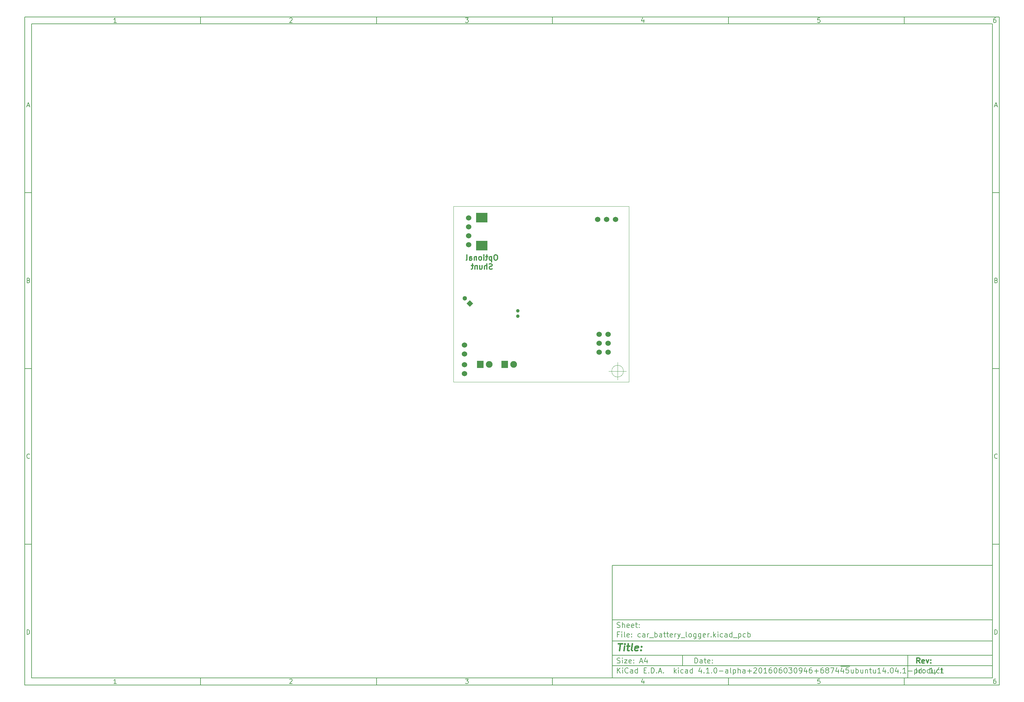
<source format=gbr>
G04 #@! TF.FileFunction,Soldermask,Bot*
%FSLAX46Y46*%
G04 Gerber Fmt 4.6, Leading zero omitted, Abs format (unit mm)*
G04 Created by KiCad (PCBNEW 4.1.0-alpha+201606030946+6874~45~ubuntu14.04.1-product) date Sun Jul  3 18:53:08 2016*
%MOMM*%
%LPD*%
G01*
G04 APERTURE LIST*
%ADD10C,0.100000*%
%ADD11C,0.150000*%
%ADD12C,0.300000*%
%ADD13C,0.400000*%
%ADD14C,1.300000*%
%ADD15C,1.524000*%
%ADD16R,1.900000X2.000000*%
%ADD17C,1.900000*%
%ADD18R,3.200000X2.700000*%
%ADD19C,1.000760*%
G04 APERTURE END LIST*
D10*
D11*
X177002200Y-166007200D02*
X177002200Y-198007200D01*
X285002200Y-198007200D01*
X285002200Y-166007200D01*
X177002200Y-166007200D01*
D10*
D11*
X10000000Y-10000000D02*
X10000000Y-200007200D01*
X287002200Y-200007200D01*
X287002200Y-10000000D01*
X10000000Y-10000000D01*
D10*
D11*
X12000000Y-12000000D02*
X12000000Y-198007200D01*
X285002200Y-198007200D01*
X285002200Y-12000000D01*
X12000000Y-12000000D01*
D10*
D11*
X60000000Y-12000000D02*
X60000000Y-10000000D01*
D10*
D11*
X110000000Y-12000000D02*
X110000000Y-10000000D01*
D10*
D11*
X160000000Y-12000000D02*
X160000000Y-10000000D01*
D10*
D11*
X210000000Y-12000000D02*
X210000000Y-10000000D01*
D10*
D11*
X260000000Y-12000000D02*
X260000000Y-10000000D01*
D10*
D11*
X36065476Y-11588095D02*
X35322619Y-11588095D01*
X35694047Y-11588095D02*
X35694047Y-10288095D01*
X35570238Y-10473809D01*
X35446428Y-10597619D01*
X35322619Y-10659523D01*
D10*
D11*
X85322619Y-10411904D02*
X85384523Y-10350000D01*
X85508333Y-10288095D01*
X85817857Y-10288095D01*
X85941666Y-10350000D01*
X86003571Y-10411904D01*
X86065476Y-10535714D01*
X86065476Y-10659523D01*
X86003571Y-10845238D01*
X85260714Y-11588095D01*
X86065476Y-11588095D01*
D10*
D11*
X135260714Y-10288095D02*
X136065476Y-10288095D01*
X135632142Y-10783333D01*
X135817857Y-10783333D01*
X135941666Y-10845238D01*
X136003571Y-10907142D01*
X136065476Y-11030952D01*
X136065476Y-11340476D01*
X136003571Y-11464285D01*
X135941666Y-11526190D01*
X135817857Y-11588095D01*
X135446428Y-11588095D01*
X135322619Y-11526190D01*
X135260714Y-11464285D01*
D10*
D11*
X185941666Y-10721428D02*
X185941666Y-11588095D01*
X185632142Y-10226190D02*
X185322619Y-11154761D01*
X186127380Y-11154761D01*
D10*
D11*
X236003571Y-10288095D02*
X235384523Y-10288095D01*
X235322619Y-10907142D01*
X235384523Y-10845238D01*
X235508333Y-10783333D01*
X235817857Y-10783333D01*
X235941666Y-10845238D01*
X236003571Y-10907142D01*
X236065476Y-11030952D01*
X236065476Y-11340476D01*
X236003571Y-11464285D01*
X235941666Y-11526190D01*
X235817857Y-11588095D01*
X235508333Y-11588095D01*
X235384523Y-11526190D01*
X235322619Y-11464285D01*
D10*
D11*
X285941666Y-10288095D02*
X285694047Y-10288095D01*
X285570238Y-10350000D01*
X285508333Y-10411904D01*
X285384523Y-10597619D01*
X285322619Y-10845238D01*
X285322619Y-11340476D01*
X285384523Y-11464285D01*
X285446428Y-11526190D01*
X285570238Y-11588095D01*
X285817857Y-11588095D01*
X285941666Y-11526190D01*
X286003571Y-11464285D01*
X286065476Y-11340476D01*
X286065476Y-11030952D01*
X286003571Y-10907142D01*
X285941666Y-10845238D01*
X285817857Y-10783333D01*
X285570238Y-10783333D01*
X285446428Y-10845238D01*
X285384523Y-10907142D01*
X285322619Y-11030952D01*
D10*
D11*
X60000000Y-198007200D02*
X60000000Y-200007200D01*
D10*
D11*
X110000000Y-198007200D02*
X110000000Y-200007200D01*
D10*
D11*
X160000000Y-198007200D02*
X160000000Y-200007200D01*
D10*
D11*
X210000000Y-198007200D02*
X210000000Y-200007200D01*
D10*
D11*
X260000000Y-198007200D02*
X260000000Y-200007200D01*
D10*
D11*
X36065476Y-199595295D02*
X35322619Y-199595295D01*
X35694047Y-199595295D02*
X35694047Y-198295295D01*
X35570238Y-198481009D01*
X35446428Y-198604819D01*
X35322619Y-198666723D01*
D10*
D11*
X85322619Y-198419104D02*
X85384523Y-198357200D01*
X85508333Y-198295295D01*
X85817857Y-198295295D01*
X85941666Y-198357200D01*
X86003571Y-198419104D01*
X86065476Y-198542914D01*
X86065476Y-198666723D01*
X86003571Y-198852438D01*
X85260714Y-199595295D01*
X86065476Y-199595295D01*
D10*
D11*
X135260714Y-198295295D02*
X136065476Y-198295295D01*
X135632142Y-198790533D01*
X135817857Y-198790533D01*
X135941666Y-198852438D01*
X136003571Y-198914342D01*
X136065476Y-199038152D01*
X136065476Y-199347676D01*
X136003571Y-199471485D01*
X135941666Y-199533390D01*
X135817857Y-199595295D01*
X135446428Y-199595295D01*
X135322619Y-199533390D01*
X135260714Y-199471485D01*
D10*
D11*
X185941666Y-198728628D02*
X185941666Y-199595295D01*
X185632142Y-198233390D02*
X185322619Y-199161961D01*
X186127380Y-199161961D01*
D10*
D11*
X236003571Y-198295295D02*
X235384523Y-198295295D01*
X235322619Y-198914342D01*
X235384523Y-198852438D01*
X235508333Y-198790533D01*
X235817857Y-198790533D01*
X235941666Y-198852438D01*
X236003571Y-198914342D01*
X236065476Y-199038152D01*
X236065476Y-199347676D01*
X236003571Y-199471485D01*
X235941666Y-199533390D01*
X235817857Y-199595295D01*
X235508333Y-199595295D01*
X235384523Y-199533390D01*
X235322619Y-199471485D01*
D10*
D11*
X285941666Y-198295295D02*
X285694047Y-198295295D01*
X285570238Y-198357200D01*
X285508333Y-198419104D01*
X285384523Y-198604819D01*
X285322619Y-198852438D01*
X285322619Y-199347676D01*
X285384523Y-199471485D01*
X285446428Y-199533390D01*
X285570238Y-199595295D01*
X285817857Y-199595295D01*
X285941666Y-199533390D01*
X286003571Y-199471485D01*
X286065476Y-199347676D01*
X286065476Y-199038152D01*
X286003571Y-198914342D01*
X285941666Y-198852438D01*
X285817857Y-198790533D01*
X285570238Y-198790533D01*
X285446428Y-198852438D01*
X285384523Y-198914342D01*
X285322619Y-199038152D01*
D10*
D11*
X10000000Y-60000000D02*
X12000000Y-60000000D01*
D10*
D11*
X10000000Y-110000000D02*
X12000000Y-110000000D01*
D10*
D11*
X10000000Y-160000000D02*
X12000000Y-160000000D01*
D10*
D11*
X10690476Y-35216666D02*
X11309523Y-35216666D01*
X10566666Y-35588095D02*
X11000000Y-34288095D01*
X11433333Y-35588095D01*
D10*
D11*
X11092857Y-84907142D02*
X11278571Y-84969047D01*
X11340476Y-85030952D01*
X11402380Y-85154761D01*
X11402380Y-85340476D01*
X11340476Y-85464285D01*
X11278571Y-85526190D01*
X11154761Y-85588095D01*
X10659523Y-85588095D01*
X10659523Y-84288095D01*
X11092857Y-84288095D01*
X11216666Y-84350000D01*
X11278571Y-84411904D01*
X11340476Y-84535714D01*
X11340476Y-84659523D01*
X11278571Y-84783333D01*
X11216666Y-84845238D01*
X11092857Y-84907142D01*
X10659523Y-84907142D01*
D10*
D11*
X11402380Y-135464285D02*
X11340476Y-135526190D01*
X11154761Y-135588095D01*
X11030952Y-135588095D01*
X10845238Y-135526190D01*
X10721428Y-135402380D01*
X10659523Y-135278571D01*
X10597619Y-135030952D01*
X10597619Y-134845238D01*
X10659523Y-134597619D01*
X10721428Y-134473809D01*
X10845238Y-134350000D01*
X11030952Y-134288095D01*
X11154761Y-134288095D01*
X11340476Y-134350000D01*
X11402380Y-134411904D01*
D10*
D11*
X10659523Y-185588095D02*
X10659523Y-184288095D01*
X10969047Y-184288095D01*
X11154761Y-184350000D01*
X11278571Y-184473809D01*
X11340476Y-184597619D01*
X11402380Y-184845238D01*
X11402380Y-185030952D01*
X11340476Y-185278571D01*
X11278571Y-185402380D01*
X11154761Y-185526190D01*
X10969047Y-185588095D01*
X10659523Y-185588095D01*
D10*
D11*
X287002200Y-60000000D02*
X285002200Y-60000000D01*
D10*
D11*
X287002200Y-110000000D02*
X285002200Y-110000000D01*
D10*
D11*
X287002200Y-160000000D02*
X285002200Y-160000000D01*
D10*
D11*
X285692676Y-35216666D02*
X286311723Y-35216666D01*
X285568866Y-35588095D02*
X286002200Y-34288095D01*
X286435533Y-35588095D01*
D10*
D11*
X286095057Y-84907142D02*
X286280771Y-84969047D01*
X286342676Y-85030952D01*
X286404580Y-85154761D01*
X286404580Y-85340476D01*
X286342676Y-85464285D01*
X286280771Y-85526190D01*
X286156961Y-85588095D01*
X285661723Y-85588095D01*
X285661723Y-84288095D01*
X286095057Y-84288095D01*
X286218866Y-84350000D01*
X286280771Y-84411904D01*
X286342676Y-84535714D01*
X286342676Y-84659523D01*
X286280771Y-84783333D01*
X286218866Y-84845238D01*
X286095057Y-84907142D01*
X285661723Y-84907142D01*
D10*
D11*
X286404580Y-135464285D02*
X286342676Y-135526190D01*
X286156961Y-135588095D01*
X286033152Y-135588095D01*
X285847438Y-135526190D01*
X285723628Y-135402380D01*
X285661723Y-135278571D01*
X285599819Y-135030952D01*
X285599819Y-134845238D01*
X285661723Y-134597619D01*
X285723628Y-134473809D01*
X285847438Y-134350000D01*
X286033152Y-134288095D01*
X286156961Y-134288095D01*
X286342676Y-134350000D01*
X286404580Y-134411904D01*
D10*
D11*
X285661723Y-185588095D02*
X285661723Y-184288095D01*
X285971247Y-184288095D01*
X286156961Y-184350000D01*
X286280771Y-184473809D01*
X286342676Y-184597619D01*
X286404580Y-184845238D01*
X286404580Y-185030952D01*
X286342676Y-185278571D01*
X286280771Y-185402380D01*
X286156961Y-185526190D01*
X285971247Y-185588095D01*
X285661723Y-185588095D01*
D10*
D11*
X200434342Y-193785771D02*
X200434342Y-192285771D01*
X200791485Y-192285771D01*
X201005771Y-192357200D01*
X201148628Y-192500057D01*
X201220057Y-192642914D01*
X201291485Y-192928628D01*
X201291485Y-193142914D01*
X201220057Y-193428628D01*
X201148628Y-193571485D01*
X201005771Y-193714342D01*
X200791485Y-193785771D01*
X200434342Y-193785771D01*
X202577200Y-193785771D02*
X202577200Y-193000057D01*
X202505771Y-192857200D01*
X202362914Y-192785771D01*
X202077200Y-192785771D01*
X201934342Y-192857200D01*
X202577200Y-193714342D02*
X202434342Y-193785771D01*
X202077200Y-193785771D01*
X201934342Y-193714342D01*
X201862914Y-193571485D01*
X201862914Y-193428628D01*
X201934342Y-193285771D01*
X202077200Y-193214342D01*
X202434342Y-193214342D01*
X202577200Y-193142914D01*
X203077200Y-192785771D02*
X203648628Y-192785771D01*
X203291485Y-192285771D02*
X203291485Y-193571485D01*
X203362914Y-193714342D01*
X203505771Y-193785771D01*
X203648628Y-193785771D01*
X204720057Y-193714342D02*
X204577200Y-193785771D01*
X204291485Y-193785771D01*
X204148628Y-193714342D01*
X204077200Y-193571485D01*
X204077200Y-193000057D01*
X204148628Y-192857200D01*
X204291485Y-192785771D01*
X204577200Y-192785771D01*
X204720057Y-192857200D01*
X204791485Y-193000057D01*
X204791485Y-193142914D01*
X204077200Y-193285771D01*
X205434342Y-193642914D02*
X205505771Y-193714342D01*
X205434342Y-193785771D01*
X205362914Y-193714342D01*
X205434342Y-193642914D01*
X205434342Y-193785771D01*
X205434342Y-192857200D02*
X205505771Y-192928628D01*
X205434342Y-193000057D01*
X205362914Y-192928628D01*
X205434342Y-192857200D01*
X205434342Y-193000057D01*
D10*
D11*
X177002200Y-194507200D02*
X285002200Y-194507200D01*
D10*
D11*
X178434342Y-196585771D02*
X178434342Y-195085771D01*
X179291485Y-196585771D02*
X178648628Y-195728628D01*
X179291485Y-195085771D02*
X178434342Y-195942914D01*
X179934342Y-196585771D02*
X179934342Y-195585771D01*
X179934342Y-195085771D02*
X179862914Y-195157200D01*
X179934342Y-195228628D01*
X180005771Y-195157200D01*
X179934342Y-195085771D01*
X179934342Y-195228628D01*
X181505771Y-196442914D02*
X181434342Y-196514342D01*
X181220057Y-196585771D01*
X181077200Y-196585771D01*
X180862914Y-196514342D01*
X180720057Y-196371485D01*
X180648628Y-196228628D01*
X180577200Y-195942914D01*
X180577200Y-195728628D01*
X180648628Y-195442914D01*
X180720057Y-195300057D01*
X180862914Y-195157200D01*
X181077200Y-195085771D01*
X181220057Y-195085771D01*
X181434342Y-195157200D01*
X181505771Y-195228628D01*
X182791485Y-196585771D02*
X182791485Y-195800057D01*
X182720057Y-195657200D01*
X182577200Y-195585771D01*
X182291485Y-195585771D01*
X182148628Y-195657200D01*
X182791485Y-196514342D02*
X182648628Y-196585771D01*
X182291485Y-196585771D01*
X182148628Y-196514342D01*
X182077200Y-196371485D01*
X182077200Y-196228628D01*
X182148628Y-196085771D01*
X182291485Y-196014342D01*
X182648628Y-196014342D01*
X182791485Y-195942914D01*
X184148628Y-196585771D02*
X184148628Y-195085771D01*
X184148628Y-196514342D02*
X184005771Y-196585771D01*
X183720057Y-196585771D01*
X183577200Y-196514342D01*
X183505771Y-196442914D01*
X183434342Y-196300057D01*
X183434342Y-195871485D01*
X183505771Y-195728628D01*
X183577200Y-195657200D01*
X183720057Y-195585771D01*
X184005771Y-195585771D01*
X184148628Y-195657200D01*
X186005771Y-195800057D02*
X186505771Y-195800057D01*
X186720057Y-196585771D02*
X186005771Y-196585771D01*
X186005771Y-195085771D01*
X186720057Y-195085771D01*
X187362914Y-196442914D02*
X187434342Y-196514342D01*
X187362914Y-196585771D01*
X187291485Y-196514342D01*
X187362914Y-196442914D01*
X187362914Y-196585771D01*
X188077200Y-196585771D02*
X188077200Y-195085771D01*
X188434342Y-195085771D01*
X188648628Y-195157200D01*
X188791485Y-195300057D01*
X188862914Y-195442914D01*
X188934342Y-195728628D01*
X188934342Y-195942914D01*
X188862914Y-196228628D01*
X188791485Y-196371485D01*
X188648628Y-196514342D01*
X188434342Y-196585771D01*
X188077200Y-196585771D01*
X189577200Y-196442914D02*
X189648628Y-196514342D01*
X189577200Y-196585771D01*
X189505771Y-196514342D01*
X189577200Y-196442914D01*
X189577200Y-196585771D01*
X190220057Y-196157200D02*
X190934342Y-196157200D01*
X190077200Y-196585771D02*
X190577200Y-195085771D01*
X191077200Y-196585771D01*
X191577200Y-196442914D02*
X191648628Y-196514342D01*
X191577200Y-196585771D01*
X191505771Y-196514342D01*
X191577200Y-196442914D01*
X191577200Y-196585771D01*
X194577200Y-196585771D02*
X194577200Y-195085771D01*
X194720057Y-196014342D02*
X195148628Y-196585771D01*
X195148628Y-195585771D02*
X194577200Y-196157200D01*
X195791485Y-196585771D02*
X195791485Y-195585771D01*
X195791485Y-195085771D02*
X195720057Y-195157200D01*
X195791485Y-195228628D01*
X195862914Y-195157200D01*
X195791485Y-195085771D01*
X195791485Y-195228628D01*
X197148628Y-196514342D02*
X197005771Y-196585771D01*
X196720057Y-196585771D01*
X196577200Y-196514342D01*
X196505771Y-196442914D01*
X196434342Y-196300057D01*
X196434342Y-195871485D01*
X196505771Y-195728628D01*
X196577200Y-195657200D01*
X196720057Y-195585771D01*
X197005771Y-195585771D01*
X197148628Y-195657200D01*
X198434342Y-196585771D02*
X198434342Y-195800057D01*
X198362914Y-195657200D01*
X198220057Y-195585771D01*
X197934342Y-195585771D01*
X197791485Y-195657200D01*
X198434342Y-196514342D02*
X198291485Y-196585771D01*
X197934342Y-196585771D01*
X197791485Y-196514342D01*
X197720057Y-196371485D01*
X197720057Y-196228628D01*
X197791485Y-196085771D01*
X197934342Y-196014342D01*
X198291485Y-196014342D01*
X198434342Y-195942914D01*
X199791485Y-196585771D02*
X199791485Y-195085771D01*
X199791485Y-196514342D02*
X199648628Y-196585771D01*
X199362914Y-196585771D01*
X199220057Y-196514342D01*
X199148628Y-196442914D01*
X199077200Y-196300057D01*
X199077200Y-195871485D01*
X199148628Y-195728628D01*
X199220057Y-195657200D01*
X199362914Y-195585771D01*
X199648628Y-195585771D01*
X199791485Y-195657200D01*
X202291485Y-195585771D02*
X202291485Y-196585771D01*
X201934342Y-195014342D02*
X201577200Y-196085771D01*
X202505771Y-196085771D01*
X203077200Y-196442914D02*
X203148628Y-196514342D01*
X203077200Y-196585771D01*
X203005771Y-196514342D01*
X203077200Y-196442914D01*
X203077200Y-196585771D01*
X204577200Y-196585771D02*
X203720057Y-196585771D01*
X204148628Y-196585771D02*
X204148628Y-195085771D01*
X204005771Y-195300057D01*
X203862914Y-195442914D01*
X203720057Y-195514342D01*
X205220057Y-196442914D02*
X205291485Y-196514342D01*
X205220057Y-196585771D01*
X205148628Y-196514342D01*
X205220057Y-196442914D01*
X205220057Y-196585771D01*
X206220057Y-195085771D02*
X206362914Y-195085771D01*
X206505771Y-195157200D01*
X206577200Y-195228628D01*
X206648628Y-195371485D01*
X206720057Y-195657200D01*
X206720057Y-196014342D01*
X206648628Y-196300057D01*
X206577200Y-196442914D01*
X206505771Y-196514342D01*
X206362914Y-196585771D01*
X206220057Y-196585771D01*
X206077200Y-196514342D01*
X206005771Y-196442914D01*
X205934342Y-196300057D01*
X205862914Y-196014342D01*
X205862914Y-195657200D01*
X205934342Y-195371485D01*
X206005771Y-195228628D01*
X206077200Y-195157200D01*
X206220057Y-195085771D01*
X207362914Y-196014342D02*
X208505771Y-196014342D01*
X209862914Y-196585771D02*
X209862914Y-195800057D01*
X209791485Y-195657200D01*
X209648628Y-195585771D01*
X209362914Y-195585771D01*
X209220057Y-195657200D01*
X209862914Y-196514342D02*
X209720057Y-196585771D01*
X209362914Y-196585771D01*
X209220057Y-196514342D01*
X209148628Y-196371485D01*
X209148628Y-196228628D01*
X209220057Y-196085771D01*
X209362914Y-196014342D01*
X209720057Y-196014342D01*
X209862914Y-195942914D01*
X210791485Y-196585771D02*
X210648628Y-196514342D01*
X210577200Y-196371485D01*
X210577200Y-195085771D01*
X211362914Y-195585771D02*
X211362914Y-197085771D01*
X211362914Y-195657200D02*
X211505771Y-195585771D01*
X211791485Y-195585771D01*
X211934342Y-195657200D01*
X212005771Y-195728628D01*
X212077200Y-195871485D01*
X212077200Y-196300057D01*
X212005771Y-196442914D01*
X211934342Y-196514342D01*
X211791485Y-196585771D01*
X211505771Y-196585771D01*
X211362914Y-196514342D01*
X212720057Y-196585771D02*
X212720057Y-195085771D01*
X213362914Y-196585771D02*
X213362914Y-195800057D01*
X213291485Y-195657200D01*
X213148628Y-195585771D01*
X212934342Y-195585771D01*
X212791485Y-195657200D01*
X212720057Y-195728628D01*
X214720057Y-196585771D02*
X214720057Y-195800057D01*
X214648628Y-195657200D01*
X214505771Y-195585771D01*
X214220057Y-195585771D01*
X214077200Y-195657200D01*
X214720057Y-196514342D02*
X214577200Y-196585771D01*
X214220057Y-196585771D01*
X214077200Y-196514342D01*
X214005771Y-196371485D01*
X214005771Y-196228628D01*
X214077200Y-196085771D01*
X214220057Y-196014342D01*
X214577200Y-196014342D01*
X214720057Y-195942914D01*
X215434342Y-196014342D02*
X216577200Y-196014342D01*
X216005771Y-196585771D02*
X216005771Y-195442914D01*
X217220057Y-195228628D02*
X217291485Y-195157200D01*
X217434342Y-195085771D01*
X217791485Y-195085771D01*
X217934342Y-195157200D01*
X218005771Y-195228628D01*
X218077200Y-195371485D01*
X218077200Y-195514342D01*
X218005771Y-195728628D01*
X217148628Y-196585771D01*
X218077200Y-196585771D01*
X219005771Y-195085771D02*
X219148628Y-195085771D01*
X219291485Y-195157200D01*
X219362914Y-195228628D01*
X219434342Y-195371485D01*
X219505771Y-195657200D01*
X219505771Y-196014342D01*
X219434342Y-196300057D01*
X219362914Y-196442914D01*
X219291485Y-196514342D01*
X219148628Y-196585771D01*
X219005771Y-196585771D01*
X218862914Y-196514342D01*
X218791485Y-196442914D01*
X218720057Y-196300057D01*
X218648628Y-196014342D01*
X218648628Y-195657200D01*
X218720057Y-195371485D01*
X218791485Y-195228628D01*
X218862914Y-195157200D01*
X219005771Y-195085771D01*
X220934342Y-196585771D02*
X220077200Y-196585771D01*
X220505771Y-196585771D02*
X220505771Y-195085771D01*
X220362914Y-195300057D01*
X220220057Y-195442914D01*
X220077200Y-195514342D01*
X222220057Y-195085771D02*
X221934342Y-195085771D01*
X221791485Y-195157200D01*
X221720057Y-195228628D01*
X221577200Y-195442914D01*
X221505771Y-195728628D01*
X221505771Y-196300057D01*
X221577200Y-196442914D01*
X221648628Y-196514342D01*
X221791485Y-196585771D01*
X222077200Y-196585771D01*
X222220057Y-196514342D01*
X222291485Y-196442914D01*
X222362914Y-196300057D01*
X222362914Y-195942914D01*
X222291485Y-195800057D01*
X222220057Y-195728628D01*
X222077200Y-195657200D01*
X221791485Y-195657200D01*
X221648628Y-195728628D01*
X221577200Y-195800057D01*
X221505771Y-195942914D01*
X223291485Y-195085771D02*
X223434342Y-195085771D01*
X223577200Y-195157200D01*
X223648628Y-195228628D01*
X223720057Y-195371485D01*
X223791485Y-195657200D01*
X223791485Y-196014342D01*
X223720057Y-196300057D01*
X223648628Y-196442914D01*
X223577200Y-196514342D01*
X223434342Y-196585771D01*
X223291485Y-196585771D01*
X223148628Y-196514342D01*
X223077200Y-196442914D01*
X223005771Y-196300057D01*
X222934342Y-196014342D01*
X222934342Y-195657200D01*
X223005771Y-195371485D01*
X223077200Y-195228628D01*
X223148628Y-195157200D01*
X223291485Y-195085771D01*
X225077200Y-195085771D02*
X224791485Y-195085771D01*
X224648628Y-195157200D01*
X224577200Y-195228628D01*
X224434342Y-195442914D01*
X224362914Y-195728628D01*
X224362914Y-196300057D01*
X224434342Y-196442914D01*
X224505771Y-196514342D01*
X224648628Y-196585771D01*
X224934342Y-196585771D01*
X225077200Y-196514342D01*
X225148628Y-196442914D01*
X225220057Y-196300057D01*
X225220057Y-195942914D01*
X225148628Y-195800057D01*
X225077200Y-195728628D01*
X224934342Y-195657200D01*
X224648628Y-195657200D01*
X224505771Y-195728628D01*
X224434342Y-195800057D01*
X224362914Y-195942914D01*
X226148628Y-195085771D02*
X226291485Y-195085771D01*
X226434342Y-195157200D01*
X226505771Y-195228628D01*
X226577200Y-195371485D01*
X226648628Y-195657200D01*
X226648628Y-196014342D01*
X226577200Y-196300057D01*
X226505771Y-196442914D01*
X226434342Y-196514342D01*
X226291485Y-196585771D01*
X226148628Y-196585771D01*
X226005771Y-196514342D01*
X225934342Y-196442914D01*
X225862914Y-196300057D01*
X225791485Y-196014342D01*
X225791485Y-195657200D01*
X225862914Y-195371485D01*
X225934342Y-195228628D01*
X226005771Y-195157200D01*
X226148628Y-195085771D01*
X227148628Y-195085771D02*
X228077200Y-195085771D01*
X227577200Y-195657200D01*
X227791485Y-195657200D01*
X227934342Y-195728628D01*
X228005771Y-195800057D01*
X228077200Y-195942914D01*
X228077200Y-196300057D01*
X228005771Y-196442914D01*
X227934342Y-196514342D01*
X227791485Y-196585771D01*
X227362914Y-196585771D01*
X227220057Y-196514342D01*
X227148628Y-196442914D01*
X229005771Y-195085771D02*
X229148628Y-195085771D01*
X229291485Y-195157200D01*
X229362914Y-195228628D01*
X229434342Y-195371485D01*
X229505771Y-195657200D01*
X229505771Y-196014342D01*
X229434342Y-196300057D01*
X229362914Y-196442914D01*
X229291485Y-196514342D01*
X229148628Y-196585771D01*
X229005771Y-196585771D01*
X228862914Y-196514342D01*
X228791485Y-196442914D01*
X228720057Y-196300057D01*
X228648628Y-196014342D01*
X228648628Y-195657200D01*
X228720057Y-195371485D01*
X228791485Y-195228628D01*
X228862914Y-195157200D01*
X229005771Y-195085771D01*
X230220057Y-196585771D02*
X230505771Y-196585771D01*
X230648628Y-196514342D01*
X230720057Y-196442914D01*
X230862914Y-196228628D01*
X230934342Y-195942914D01*
X230934342Y-195371485D01*
X230862914Y-195228628D01*
X230791485Y-195157200D01*
X230648628Y-195085771D01*
X230362914Y-195085771D01*
X230220057Y-195157200D01*
X230148628Y-195228628D01*
X230077199Y-195371485D01*
X230077199Y-195728628D01*
X230148628Y-195871485D01*
X230220057Y-195942914D01*
X230362914Y-196014342D01*
X230648628Y-196014342D01*
X230791485Y-195942914D01*
X230862914Y-195871485D01*
X230934342Y-195728628D01*
X232220057Y-195585771D02*
X232220057Y-196585771D01*
X231862914Y-195014342D02*
X231505771Y-196085771D01*
X232434342Y-196085771D01*
X233648628Y-195085771D02*
X233362914Y-195085771D01*
X233220057Y-195157200D01*
X233148628Y-195228628D01*
X233005771Y-195442914D01*
X232934342Y-195728628D01*
X232934342Y-196300057D01*
X233005771Y-196442914D01*
X233077199Y-196514342D01*
X233220057Y-196585771D01*
X233505771Y-196585771D01*
X233648628Y-196514342D01*
X233720057Y-196442914D01*
X233791485Y-196300057D01*
X233791485Y-195942914D01*
X233720057Y-195800057D01*
X233648628Y-195728628D01*
X233505771Y-195657200D01*
X233220057Y-195657200D01*
X233077199Y-195728628D01*
X233005771Y-195800057D01*
X232934342Y-195942914D01*
X234434342Y-196014342D02*
X235577199Y-196014342D01*
X235005771Y-196585771D02*
X235005771Y-195442914D01*
X236934342Y-195085771D02*
X236648628Y-195085771D01*
X236505771Y-195157200D01*
X236434342Y-195228628D01*
X236291485Y-195442914D01*
X236220057Y-195728628D01*
X236220057Y-196300057D01*
X236291485Y-196442914D01*
X236362914Y-196514342D01*
X236505771Y-196585771D01*
X236791485Y-196585771D01*
X236934342Y-196514342D01*
X237005771Y-196442914D01*
X237077199Y-196300057D01*
X237077199Y-195942914D01*
X237005771Y-195800057D01*
X236934342Y-195728628D01*
X236791485Y-195657200D01*
X236505771Y-195657200D01*
X236362914Y-195728628D01*
X236291485Y-195800057D01*
X236220057Y-195942914D01*
X237934342Y-195728628D02*
X237791485Y-195657200D01*
X237720057Y-195585771D01*
X237648628Y-195442914D01*
X237648628Y-195371485D01*
X237720057Y-195228628D01*
X237791485Y-195157200D01*
X237934342Y-195085771D01*
X238220057Y-195085771D01*
X238362914Y-195157200D01*
X238434342Y-195228628D01*
X238505771Y-195371485D01*
X238505771Y-195442914D01*
X238434342Y-195585771D01*
X238362914Y-195657200D01*
X238220057Y-195728628D01*
X237934342Y-195728628D01*
X237791485Y-195800057D01*
X237720057Y-195871485D01*
X237648628Y-196014342D01*
X237648628Y-196300057D01*
X237720057Y-196442914D01*
X237791485Y-196514342D01*
X237934342Y-196585771D01*
X238220057Y-196585771D01*
X238362914Y-196514342D01*
X238434342Y-196442914D01*
X238505771Y-196300057D01*
X238505771Y-196014342D01*
X238434342Y-195871485D01*
X238362914Y-195800057D01*
X238220057Y-195728628D01*
X239005771Y-195085771D02*
X240005771Y-195085771D01*
X239362914Y-196585771D01*
X241220057Y-195585771D02*
X241220057Y-196585771D01*
X240862914Y-195014342D02*
X240505771Y-196085771D01*
X241434342Y-196085771D01*
X241896128Y-194677200D02*
X243077199Y-194677200D01*
X242648628Y-195585771D02*
X242648628Y-196585771D01*
X242291485Y-195014342D02*
X241934342Y-196085771D01*
X242862914Y-196085771D01*
X243077199Y-194677200D02*
X244505771Y-194677200D01*
X244148628Y-195085771D02*
X243434342Y-195085771D01*
X243362914Y-195800057D01*
X243434342Y-195728628D01*
X243577199Y-195657200D01*
X243934342Y-195657200D01*
X244077199Y-195728628D01*
X244148628Y-195800057D01*
X244220057Y-195942914D01*
X244220057Y-196300057D01*
X244148628Y-196442914D01*
X244077199Y-196514342D01*
X243934342Y-196585771D01*
X243577199Y-196585771D01*
X243434342Y-196514342D01*
X243362914Y-196442914D01*
X245505771Y-195585771D02*
X245505771Y-196585771D01*
X244862914Y-195585771D02*
X244862914Y-196371485D01*
X244934342Y-196514342D01*
X245077199Y-196585771D01*
X245291485Y-196585771D01*
X245434342Y-196514342D01*
X245505771Y-196442914D01*
X246220057Y-196585771D02*
X246220057Y-195085771D01*
X246220057Y-195657200D02*
X246362914Y-195585771D01*
X246648628Y-195585771D01*
X246791485Y-195657200D01*
X246862914Y-195728628D01*
X246934342Y-195871485D01*
X246934342Y-196300057D01*
X246862914Y-196442914D01*
X246791485Y-196514342D01*
X246648628Y-196585771D01*
X246362914Y-196585771D01*
X246220057Y-196514342D01*
X248220057Y-195585771D02*
X248220057Y-196585771D01*
X247577199Y-195585771D02*
X247577199Y-196371485D01*
X247648628Y-196514342D01*
X247791485Y-196585771D01*
X248005771Y-196585771D01*
X248148628Y-196514342D01*
X248220057Y-196442914D01*
X248934342Y-195585771D02*
X248934342Y-196585771D01*
X248934342Y-195728628D02*
X249005771Y-195657200D01*
X249148628Y-195585771D01*
X249362914Y-195585771D01*
X249505771Y-195657200D01*
X249577199Y-195800057D01*
X249577199Y-196585771D01*
X250077199Y-195585771D02*
X250648628Y-195585771D01*
X250291485Y-195085771D02*
X250291485Y-196371485D01*
X250362914Y-196514342D01*
X250505771Y-196585771D01*
X250648628Y-196585771D01*
X251791485Y-195585771D02*
X251791485Y-196585771D01*
X251148628Y-195585771D02*
X251148628Y-196371485D01*
X251220057Y-196514342D01*
X251362914Y-196585771D01*
X251577199Y-196585771D01*
X251720057Y-196514342D01*
X251791485Y-196442914D01*
X253291485Y-196585771D02*
X252434342Y-196585771D01*
X252862914Y-196585771D02*
X252862914Y-195085771D01*
X252720057Y-195300057D01*
X252577199Y-195442914D01*
X252434342Y-195514342D01*
X254577199Y-195585771D02*
X254577199Y-196585771D01*
X254220057Y-195014342D02*
X253862914Y-196085771D01*
X254791485Y-196085771D01*
X255362914Y-196442914D02*
X255434342Y-196514342D01*
X255362914Y-196585771D01*
X255291485Y-196514342D01*
X255362914Y-196442914D01*
X255362914Y-196585771D01*
X256362914Y-195085771D02*
X256505771Y-195085771D01*
X256648628Y-195157200D01*
X256720057Y-195228628D01*
X256791485Y-195371485D01*
X256862914Y-195657200D01*
X256862914Y-196014342D01*
X256791485Y-196300057D01*
X256720057Y-196442914D01*
X256648628Y-196514342D01*
X256505771Y-196585771D01*
X256362914Y-196585771D01*
X256220057Y-196514342D01*
X256148628Y-196442914D01*
X256077199Y-196300057D01*
X256005771Y-196014342D01*
X256005771Y-195657200D01*
X256077199Y-195371485D01*
X256148628Y-195228628D01*
X256220057Y-195157200D01*
X256362914Y-195085771D01*
X258148628Y-195585771D02*
X258148628Y-196585771D01*
X257791485Y-195014342D02*
X257434342Y-196085771D01*
X258362914Y-196085771D01*
X258934342Y-196442914D02*
X259005771Y-196514342D01*
X258934342Y-196585771D01*
X258862914Y-196514342D01*
X258934342Y-196442914D01*
X258934342Y-196585771D01*
X260434342Y-196585771D02*
X259577199Y-196585771D01*
X260005771Y-196585771D02*
X260005771Y-195085771D01*
X259862914Y-195300057D01*
X259720057Y-195442914D01*
X259577199Y-195514342D01*
X261077199Y-196014342D02*
X262220057Y-196014342D01*
X262934342Y-195585771D02*
X262934342Y-197085771D01*
X262934342Y-195657200D02*
X263077199Y-195585771D01*
X263362914Y-195585771D01*
X263505771Y-195657200D01*
X263577199Y-195728628D01*
X263648628Y-195871485D01*
X263648628Y-196300057D01*
X263577199Y-196442914D01*
X263505771Y-196514342D01*
X263362914Y-196585771D01*
X263077199Y-196585771D01*
X262934342Y-196514342D01*
X264291485Y-196585771D02*
X264291485Y-195585771D01*
X264291485Y-195871485D02*
X264362914Y-195728628D01*
X264434342Y-195657200D01*
X264577199Y-195585771D01*
X264720057Y-195585771D01*
X265434342Y-196585771D02*
X265291485Y-196514342D01*
X265220057Y-196442914D01*
X265148628Y-196300057D01*
X265148628Y-195871485D01*
X265220057Y-195728628D01*
X265291485Y-195657200D01*
X265434342Y-195585771D01*
X265648628Y-195585771D01*
X265791485Y-195657200D01*
X265862914Y-195728628D01*
X265934342Y-195871485D01*
X265934342Y-196300057D01*
X265862914Y-196442914D01*
X265791485Y-196514342D01*
X265648628Y-196585771D01*
X265434342Y-196585771D01*
X267220057Y-196585771D02*
X267220057Y-195085771D01*
X267220057Y-196514342D02*
X267077199Y-196585771D01*
X266791485Y-196585771D01*
X266648628Y-196514342D01*
X266577199Y-196442914D01*
X266505771Y-196300057D01*
X266505771Y-195871485D01*
X266577199Y-195728628D01*
X266648628Y-195657200D01*
X266791485Y-195585771D01*
X267077199Y-195585771D01*
X267220057Y-195657200D01*
X268577199Y-195585771D02*
X268577199Y-196585771D01*
X267934342Y-195585771D02*
X267934342Y-196371485D01*
X268005771Y-196514342D01*
X268148628Y-196585771D01*
X268362914Y-196585771D01*
X268505771Y-196514342D01*
X268577199Y-196442914D01*
X269934342Y-196514342D02*
X269791485Y-196585771D01*
X269505771Y-196585771D01*
X269362914Y-196514342D01*
X269291485Y-196442914D01*
X269220057Y-196300057D01*
X269220057Y-195871485D01*
X269291485Y-195728628D01*
X269362914Y-195657200D01*
X269505771Y-195585771D01*
X269791485Y-195585771D01*
X269934342Y-195657200D01*
X270362914Y-195585771D02*
X270934342Y-195585771D01*
X270577199Y-195085771D02*
X270577199Y-196371485D01*
X270648628Y-196514342D01*
X270791485Y-196585771D01*
X270934342Y-196585771D01*
D10*
D11*
X177002200Y-191507200D02*
X285002200Y-191507200D01*
D10*
D12*
X264411485Y-193785771D02*
X263911485Y-193071485D01*
X263554342Y-193785771D02*
X263554342Y-192285771D01*
X264125771Y-192285771D01*
X264268628Y-192357200D01*
X264340057Y-192428628D01*
X264411485Y-192571485D01*
X264411485Y-192785771D01*
X264340057Y-192928628D01*
X264268628Y-193000057D01*
X264125771Y-193071485D01*
X263554342Y-193071485D01*
X265625771Y-193714342D02*
X265482914Y-193785771D01*
X265197200Y-193785771D01*
X265054342Y-193714342D01*
X264982914Y-193571485D01*
X264982914Y-193000057D01*
X265054342Y-192857200D01*
X265197200Y-192785771D01*
X265482914Y-192785771D01*
X265625771Y-192857200D01*
X265697200Y-193000057D01*
X265697200Y-193142914D01*
X264982914Y-193285771D01*
X266197200Y-192785771D02*
X266554342Y-193785771D01*
X266911485Y-192785771D01*
X267482914Y-193642914D02*
X267554342Y-193714342D01*
X267482914Y-193785771D01*
X267411485Y-193714342D01*
X267482914Y-193642914D01*
X267482914Y-193785771D01*
X267482914Y-192857200D02*
X267554342Y-192928628D01*
X267482914Y-193000057D01*
X267411485Y-192928628D01*
X267482914Y-192857200D01*
X267482914Y-193000057D01*
D10*
D11*
X178362914Y-193714342D02*
X178577200Y-193785771D01*
X178934342Y-193785771D01*
X179077200Y-193714342D01*
X179148628Y-193642914D01*
X179220057Y-193500057D01*
X179220057Y-193357200D01*
X179148628Y-193214342D01*
X179077200Y-193142914D01*
X178934342Y-193071485D01*
X178648628Y-193000057D01*
X178505771Y-192928628D01*
X178434342Y-192857200D01*
X178362914Y-192714342D01*
X178362914Y-192571485D01*
X178434342Y-192428628D01*
X178505771Y-192357200D01*
X178648628Y-192285771D01*
X179005771Y-192285771D01*
X179220057Y-192357200D01*
X179862914Y-193785771D02*
X179862914Y-192785771D01*
X179862914Y-192285771D02*
X179791485Y-192357200D01*
X179862914Y-192428628D01*
X179934342Y-192357200D01*
X179862914Y-192285771D01*
X179862914Y-192428628D01*
X180434342Y-192785771D02*
X181220057Y-192785771D01*
X180434342Y-193785771D01*
X181220057Y-193785771D01*
X182362914Y-193714342D02*
X182220057Y-193785771D01*
X181934342Y-193785771D01*
X181791485Y-193714342D01*
X181720057Y-193571485D01*
X181720057Y-193000057D01*
X181791485Y-192857200D01*
X181934342Y-192785771D01*
X182220057Y-192785771D01*
X182362914Y-192857200D01*
X182434342Y-193000057D01*
X182434342Y-193142914D01*
X181720057Y-193285771D01*
X183077200Y-193642914D02*
X183148628Y-193714342D01*
X183077200Y-193785771D01*
X183005771Y-193714342D01*
X183077200Y-193642914D01*
X183077200Y-193785771D01*
X183077200Y-192857200D02*
X183148628Y-192928628D01*
X183077200Y-193000057D01*
X183005771Y-192928628D01*
X183077200Y-192857200D01*
X183077200Y-193000057D01*
X184862914Y-193357200D02*
X185577200Y-193357200D01*
X184720057Y-193785771D02*
X185220057Y-192285771D01*
X185720057Y-193785771D01*
X186862914Y-192785771D02*
X186862914Y-193785771D01*
X186505771Y-192214342D02*
X186148628Y-193285771D01*
X187077200Y-193285771D01*
D10*
D11*
X263434342Y-196585771D02*
X263434342Y-195085771D01*
X264791485Y-196585771D02*
X264791485Y-195085771D01*
X264791485Y-196514342D02*
X264648628Y-196585771D01*
X264362914Y-196585771D01*
X264220057Y-196514342D01*
X264148628Y-196442914D01*
X264077200Y-196300057D01*
X264077200Y-195871485D01*
X264148628Y-195728628D01*
X264220057Y-195657200D01*
X264362914Y-195585771D01*
X264648628Y-195585771D01*
X264791485Y-195657200D01*
X265505771Y-196442914D02*
X265577200Y-196514342D01*
X265505771Y-196585771D01*
X265434342Y-196514342D01*
X265505771Y-196442914D01*
X265505771Y-196585771D01*
X265505771Y-195657200D02*
X265577200Y-195728628D01*
X265505771Y-195800057D01*
X265434342Y-195728628D01*
X265505771Y-195657200D01*
X265505771Y-195800057D01*
X268148628Y-196585771D02*
X267291485Y-196585771D01*
X267720057Y-196585771D02*
X267720057Y-195085771D01*
X267577200Y-195300057D01*
X267434342Y-195442914D01*
X267291485Y-195514342D01*
X269862914Y-195014342D02*
X268577200Y-196942914D01*
X271148628Y-196585771D02*
X270291485Y-196585771D01*
X270720057Y-196585771D02*
X270720057Y-195085771D01*
X270577200Y-195300057D01*
X270434342Y-195442914D01*
X270291485Y-195514342D01*
D10*
D11*
X177002200Y-187507200D02*
X285002200Y-187507200D01*
D10*
D13*
X178714580Y-188211961D02*
X179857438Y-188211961D01*
X179036009Y-190211961D02*
X179286009Y-188211961D01*
X180274104Y-190211961D02*
X180440771Y-188878628D01*
X180524104Y-188211961D02*
X180416961Y-188307200D01*
X180500295Y-188402438D01*
X180607438Y-188307200D01*
X180524104Y-188211961D01*
X180500295Y-188402438D01*
X181107438Y-188878628D02*
X181869342Y-188878628D01*
X181476485Y-188211961D02*
X181262200Y-189926247D01*
X181333628Y-190116723D01*
X181512200Y-190211961D01*
X181702676Y-190211961D01*
X182655057Y-190211961D02*
X182476485Y-190116723D01*
X182405057Y-189926247D01*
X182619342Y-188211961D01*
X184190771Y-190116723D02*
X183988390Y-190211961D01*
X183607438Y-190211961D01*
X183428866Y-190116723D01*
X183357438Y-189926247D01*
X183452676Y-189164342D01*
X183571723Y-188973866D01*
X183774104Y-188878628D01*
X184155057Y-188878628D01*
X184333628Y-188973866D01*
X184405057Y-189164342D01*
X184381247Y-189354819D01*
X183405057Y-189545295D01*
X185155057Y-190021485D02*
X185238390Y-190116723D01*
X185131247Y-190211961D01*
X185047914Y-190116723D01*
X185155057Y-190021485D01*
X185131247Y-190211961D01*
X185286009Y-188973866D02*
X185369342Y-189069104D01*
X185262200Y-189164342D01*
X185178866Y-189069104D01*
X185286009Y-188973866D01*
X185262200Y-189164342D01*
D10*
D11*
X178934342Y-185600057D02*
X178434342Y-185600057D01*
X178434342Y-186385771D02*
X178434342Y-184885771D01*
X179148628Y-184885771D01*
X179720057Y-186385771D02*
X179720057Y-185385771D01*
X179720057Y-184885771D02*
X179648628Y-184957200D01*
X179720057Y-185028628D01*
X179791485Y-184957200D01*
X179720057Y-184885771D01*
X179720057Y-185028628D01*
X180648628Y-186385771D02*
X180505771Y-186314342D01*
X180434342Y-186171485D01*
X180434342Y-184885771D01*
X181791485Y-186314342D02*
X181648628Y-186385771D01*
X181362914Y-186385771D01*
X181220057Y-186314342D01*
X181148628Y-186171485D01*
X181148628Y-185600057D01*
X181220057Y-185457200D01*
X181362914Y-185385771D01*
X181648628Y-185385771D01*
X181791485Y-185457200D01*
X181862914Y-185600057D01*
X181862914Y-185742914D01*
X181148628Y-185885771D01*
X182505771Y-186242914D02*
X182577200Y-186314342D01*
X182505771Y-186385771D01*
X182434342Y-186314342D01*
X182505771Y-186242914D01*
X182505771Y-186385771D01*
X182505771Y-185457200D02*
X182577200Y-185528628D01*
X182505771Y-185600057D01*
X182434342Y-185528628D01*
X182505771Y-185457200D01*
X182505771Y-185600057D01*
X185005771Y-186314342D02*
X184862914Y-186385771D01*
X184577200Y-186385771D01*
X184434342Y-186314342D01*
X184362914Y-186242914D01*
X184291485Y-186100057D01*
X184291485Y-185671485D01*
X184362914Y-185528628D01*
X184434342Y-185457200D01*
X184577200Y-185385771D01*
X184862914Y-185385771D01*
X185005771Y-185457200D01*
X186291485Y-186385771D02*
X186291485Y-185600057D01*
X186220057Y-185457200D01*
X186077200Y-185385771D01*
X185791485Y-185385771D01*
X185648628Y-185457200D01*
X186291485Y-186314342D02*
X186148628Y-186385771D01*
X185791485Y-186385771D01*
X185648628Y-186314342D01*
X185577200Y-186171485D01*
X185577200Y-186028628D01*
X185648628Y-185885771D01*
X185791485Y-185814342D01*
X186148628Y-185814342D01*
X186291485Y-185742914D01*
X187005771Y-186385771D02*
X187005771Y-185385771D01*
X187005771Y-185671485D02*
X187077200Y-185528628D01*
X187148628Y-185457200D01*
X187291485Y-185385771D01*
X187434342Y-185385771D01*
X187577200Y-186528628D02*
X188720057Y-186528628D01*
X189077200Y-186385771D02*
X189077200Y-184885771D01*
X189077200Y-185457200D02*
X189220057Y-185385771D01*
X189505771Y-185385771D01*
X189648628Y-185457200D01*
X189720057Y-185528628D01*
X189791485Y-185671485D01*
X189791485Y-186100057D01*
X189720057Y-186242914D01*
X189648628Y-186314342D01*
X189505771Y-186385771D01*
X189220057Y-186385771D01*
X189077200Y-186314342D01*
X191077200Y-186385771D02*
X191077200Y-185600057D01*
X191005771Y-185457200D01*
X190862914Y-185385771D01*
X190577200Y-185385771D01*
X190434342Y-185457200D01*
X191077200Y-186314342D02*
X190934342Y-186385771D01*
X190577200Y-186385771D01*
X190434342Y-186314342D01*
X190362914Y-186171485D01*
X190362914Y-186028628D01*
X190434342Y-185885771D01*
X190577200Y-185814342D01*
X190934342Y-185814342D01*
X191077200Y-185742914D01*
X191577200Y-185385771D02*
X192148628Y-185385771D01*
X191791485Y-184885771D02*
X191791485Y-186171485D01*
X191862914Y-186314342D01*
X192005771Y-186385771D01*
X192148628Y-186385771D01*
X192434342Y-185385771D02*
X193005771Y-185385771D01*
X192648628Y-184885771D02*
X192648628Y-186171485D01*
X192720057Y-186314342D01*
X192862914Y-186385771D01*
X193005771Y-186385771D01*
X194077200Y-186314342D02*
X193934342Y-186385771D01*
X193648628Y-186385771D01*
X193505771Y-186314342D01*
X193434342Y-186171485D01*
X193434342Y-185600057D01*
X193505771Y-185457200D01*
X193648628Y-185385771D01*
X193934342Y-185385771D01*
X194077200Y-185457200D01*
X194148628Y-185600057D01*
X194148628Y-185742914D01*
X193434342Y-185885771D01*
X194791485Y-186385771D02*
X194791485Y-185385771D01*
X194791485Y-185671485D02*
X194862914Y-185528628D01*
X194934342Y-185457200D01*
X195077200Y-185385771D01*
X195220057Y-185385771D01*
X195577200Y-185385771D02*
X195934342Y-186385771D01*
X196291485Y-185385771D02*
X195934342Y-186385771D01*
X195791485Y-186742914D01*
X195720057Y-186814342D01*
X195577200Y-186885771D01*
X196505771Y-186528628D02*
X197648628Y-186528628D01*
X198220057Y-186385771D02*
X198077200Y-186314342D01*
X198005771Y-186171485D01*
X198005771Y-184885771D01*
X199005771Y-186385771D02*
X198862914Y-186314342D01*
X198791485Y-186242914D01*
X198720057Y-186100057D01*
X198720057Y-185671485D01*
X198791485Y-185528628D01*
X198862914Y-185457200D01*
X199005771Y-185385771D01*
X199220057Y-185385771D01*
X199362914Y-185457200D01*
X199434342Y-185528628D01*
X199505771Y-185671485D01*
X199505771Y-186100057D01*
X199434342Y-186242914D01*
X199362914Y-186314342D01*
X199220057Y-186385771D01*
X199005771Y-186385771D01*
X200791485Y-185385771D02*
X200791485Y-186600057D01*
X200720057Y-186742914D01*
X200648628Y-186814342D01*
X200505771Y-186885771D01*
X200291485Y-186885771D01*
X200148628Y-186814342D01*
X200791485Y-186314342D02*
X200648628Y-186385771D01*
X200362914Y-186385771D01*
X200220057Y-186314342D01*
X200148628Y-186242914D01*
X200077200Y-186100057D01*
X200077200Y-185671485D01*
X200148628Y-185528628D01*
X200220057Y-185457200D01*
X200362914Y-185385771D01*
X200648628Y-185385771D01*
X200791485Y-185457200D01*
X202148628Y-185385771D02*
X202148628Y-186600057D01*
X202077200Y-186742914D01*
X202005771Y-186814342D01*
X201862914Y-186885771D01*
X201648628Y-186885771D01*
X201505771Y-186814342D01*
X202148628Y-186314342D02*
X202005771Y-186385771D01*
X201720057Y-186385771D01*
X201577200Y-186314342D01*
X201505771Y-186242914D01*
X201434342Y-186100057D01*
X201434342Y-185671485D01*
X201505771Y-185528628D01*
X201577200Y-185457200D01*
X201720057Y-185385771D01*
X202005771Y-185385771D01*
X202148628Y-185457200D01*
X203434342Y-186314342D02*
X203291485Y-186385771D01*
X203005771Y-186385771D01*
X202862914Y-186314342D01*
X202791485Y-186171485D01*
X202791485Y-185600057D01*
X202862914Y-185457200D01*
X203005771Y-185385771D01*
X203291485Y-185385771D01*
X203434342Y-185457200D01*
X203505771Y-185600057D01*
X203505771Y-185742914D01*
X202791485Y-185885771D01*
X204148628Y-186385771D02*
X204148628Y-185385771D01*
X204148628Y-185671485D02*
X204220057Y-185528628D01*
X204291485Y-185457200D01*
X204434342Y-185385771D01*
X204577200Y-185385771D01*
X205077200Y-186242914D02*
X205148628Y-186314342D01*
X205077200Y-186385771D01*
X205005771Y-186314342D01*
X205077200Y-186242914D01*
X205077200Y-186385771D01*
X205791485Y-186385771D02*
X205791485Y-184885771D01*
X205934342Y-185814342D02*
X206362914Y-186385771D01*
X206362914Y-185385771D02*
X205791485Y-185957200D01*
X207005771Y-186385771D02*
X207005771Y-185385771D01*
X207005771Y-184885771D02*
X206934342Y-184957200D01*
X207005771Y-185028628D01*
X207077200Y-184957200D01*
X207005771Y-184885771D01*
X207005771Y-185028628D01*
X208362914Y-186314342D02*
X208220057Y-186385771D01*
X207934342Y-186385771D01*
X207791485Y-186314342D01*
X207720057Y-186242914D01*
X207648628Y-186100057D01*
X207648628Y-185671485D01*
X207720057Y-185528628D01*
X207791485Y-185457200D01*
X207934342Y-185385771D01*
X208220057Y-185385771D01*
X208362914Y-185457200D01*
X209648628Y-186385771D02*
X209648628Y-185600057D01*
X209577200Y-185457200D01*
X209434342Y-185385771D01*
X209148628Y-185385771D01*
X209005771Y-185457200D01*
X209648628Y-186314342D02*
X209505771Y-186385771D01*
X209148628Y-186385771D01*
X209005771Y-186314342D01*
X208934342Y-186171485D01*
X208934342Y-186028628D01*
X209005771Y-185885771D01*
X209148628Y-185814342D01*
X209505771Y-185814342D01*
X209648628Y-185742914D01*
X211005771Y-186385771D02*
X211005771Y-184885771D01*
X211005771Y-186314342D02*
X210862914Y-186385771D01*
X210577200Y-186385771D01*
X210434342Y-186314342D01*
X210362914Y-186242914D01*
X210291485Y-186100057D01*
X210291485Y-185671485D01*
X210362914Y-185528628D01*
X210434342Y-185457200D01*
X210577200Y-185385771D01*
X210862914Y-185385771D01*
X211005771Y-185457200D01*
X211362914Y-186528628D02*
X212505771Y-186528628D01*
X212862914Y-185385771D02*
X212862914Y-186885771D01*
X212862914Y-185457200D02*
X213005771Y-185385771D01*
X213291485Y-185385771D01*
X213434342Y-185457200D01*
X213505771Y-185528628D01*
X213577200Y-185671485D01*
X213577200Y-186100057D01*
X213505771Y-186242914D01*
X213434342Y-186314342D01*
X213291485Y-186385771D01*
X213005771Y-186385771D01*
X212862914Y-186314342D01*
X214862914Y-186314342D02*
X214720057Y-186385771D01*
X214434342Y-186385771D01*
X214291485Y-186314342D01*
X214220057Y-186242914D01*
X214148628Y-186100057D01*
X214148628Y-185671485D01*
X214220057Y-185528628D01*
X214291485Y-185457200D01*
X214434342Y-185385771D01*
X214720057Y-185385771D01*
X214862914Y-185457200D01*
X215505771Y-186385771D02*
X215505771Y-184885771D01*
X215505771Y-185457200D02*
X215648628Y-185385771D01*
X215934342Y-185385771D01*
X216077200Y-185457200D01*
X216148628Y-185528628D01*
X216220057Y-185671485D01*
X216220057Y-186100057D01*
X216148628Y-186242914D01*
X216077200Y-186314342D01*
X215934342Y-186385771D01*
X215648628Y-186385771D01*
X215505771Y-186314342D01*
D10*
D11*
X177002200Y-181507200D02*
X285002200Y-181507200D01*
D10*
D11*
X178362914Y-183614342D02*
X178577200Y-183685771D01*
X178934342Y-183685771D01*
X179077200Y-183614342D01*
X179148628Y-183542914D01*
X179220057Y-183400057D01*
X179220057Y-183257200D01*
X179148628Y-183114342D01*
X179077200Y-183042914D01*
X178934342Y-182971485D01*
X178648628Y-182900057D01*
X178505771Y-182828628D01*
X178434342Y-182757200D01*
X178362914Y-182614342D01*
X178362914Y-182471485D01*
X178434342Y-182328628D01*
X178505771Y-182257200D01*
X178648628Y-182185771D01*
X179005771Y-182185771D01*
X179220057Y-182257200D01*
X179862914Y-183685771D02*
X179862914Y-182185771D01*
X180505771Y-183685771D02*
X180505771Y-182900057D01*
X180434342Y-182757200D01*
X180291485Y-182685771D01*
X180077200Y-182685771D01*
X179934342Y-182757200D01*
X179862914Y-182828628D01*
X181791485Y-183614342D02*
X181648628Y-183685771D01*
X181362914Y-183685771D01*
X181220057Y-183614342D01*
X181148628Y-183471485D01*
X181148628Y-182900057D01*
X181220057Y-182757200D01*
X181362914Y-182685771D01*
X181648628Y-182685771D01*
X181791485Y-182757200D01*
X181862914Y-182900057D01*
X181862914Y-183042914D01*
X181148628Y-183185771D01*
X183077200Y-183614342D02*
X182934342Y-183685771D01*
X182648628Y-183685771D01*
X182505771Y-183614342D01*
X182434342Y-183471485D01*
X182434342Y-182900057D01*
X182505771Y-182757200D01*
X182648628Y-182685771D01*
X182934342Y-182685771D01*
X183077200Y-182757200D01*
X183148628Y-182900057D01*
X183148628Y-183042914D01*
X182434342Y-183185771D01*
X183577200Y-182685771D02*
X184148628Y-182685771D01*
X183791485Y-182185771D02*
X183791485Y-183471485D01*
X183862914Y-183614342D01*
X184005771Y-183685771D01*
X184148628Y-183685771D01*
X184648628Y-183542914D02*
X184720057Y-183614342D01*
X184648628Y-183685771D01*
X184577200Y-183614342D01*
X184648628Y-183542914D01*
X184648628Y-183685771D01*
X184648628Y-182757200D02*
X184720057Y-182828628D01*
X184648628Y-182900057D01*
X184577200Y-182828628D01*
X184648628Y-182757200D01*
X184648628Y-182900057D01*
D10*
D11*
X197002200Y-191507200D02*
X197002200Y-194507200D01*
D10*
D11*
X261002200Y-191507200D02*
X261002200Y-198007200D01*
D10*
X131826000Y-113792000D02*
X131826000Y-63881000D01*
X181737000Y-113792000D02*
X131826000Y-113792000D01*
X181737000Y-63881000D02*
X181737000Y-113792000D01*
X131826000Y-63881000D02*
X181737000Y-63881000D01*
X180165166Y-110744000D02*
G75*
G03X180165166Y-110744000I-1666666J0D01*
G01*
X175998500Y-110744000D02*
X180998500Y-110744000D01*
X178498500Y-108244000D02*
X178498500Y-113244000D01*
D12*
X143989714Y-77659571D02*
X143704000Y-77659571D01*
X143561142Y-77731000D01*
X143418285Y-77873857D01*
X143346857Y-78159571D01*
X143346857Y-78659571D01*
X143418285Y-78945285D01*
X143561142Y-79088142D01*
X143704000Y-79159571D01*
X143989714Y-79159571D01*
X144132571Y-79088142D01*
X144275428Y-78945285D01*
X144346857Y-78659571D01*
X144346857Y-78159571D01*
X144275428Y-77873857D01*
X144132571Y-77731000D01*
X143989714Y-77659571D01*
X142704000Y-78159571D02*
X142704000Y-79659571D01*
X142704000Y-78231000D02*
X142561142Y-78159571D01*
X142275428Y-78159571D01*
X142132571Y-78231000D01*
X142061142Y-78302428D01*
X141989714Y-78445285D01*
X141989714Y-78873857D01*
X142061142Y-79016714D01*
X142132571Y-79088142D01*
X142275428Y-79159571D01*
X142561142Y-79159571D01*
X142704000Y-79088142D01*
X141561142Y-78159571D02*
X140989714Y-78159571D01*
X141346857Y-77659571D02*
X141346857Y-78945285D01*
X141275428Y-79088142D01*
X141132571Y-79159571D01*
X140989714Y-79159571D01*
X140489714Y-79159571D02*
X140489714Y-78159571D01*
X140489714Y-77659571D02*
X140561142Y-77731000D01*
X140489714Y-77802428D01*
X140418285Y-77731000D01*
X140489714Y-77659571D01*
X140489714Y-77802428D01*
X139561142Y-79159571D02*
X139704000Y-79088142D01*
X139775428Y-79016714D01*
X139846857Y-78873857D01*
X139846857Y-78445285D01*
X139775428Y-78302428D01*
X139704000Y-78231000D01*
X139561142Y-78159571D01*
X139346857Y-78159571D01*
X139204000Y-78231000D01*
X139132571Y-78302428D01*
X139061142Y-78445285D01*
X139061142Y-78873857D01*
X139132571Y-79016714D01*
X139204000Y-79088142D01*
X139346857Y-79159571D01*
X139561142Y-79159571D01*
X138418285Y-78159571D02*
X138418285Y-79159571D01*
X138418285Y-78302428D02*
X138346857Y-78231000D01*
X138204000Y-78159571D01*
X137989714Y-78159571D01*
X137846857Y-78231000D01*
X137775428Y-78373857D01*
X137775428Y-79159571D01*
X136418285Y-79159571D02*
X136418285Y-78373857D01*
X136489714Y-78231000D01*
X136632571Y-78159571D01*
X136918285Y-78159571D01*
X137061142Y-78231000D01*
X136418285Y-79088142D02*
X136561142Y-79159571D01*
X136918285Y-79159571D01*
X137061142Y-79088142D01*
X137132571Y-78945285D01*
X137132571Y-78802428D01*
X137061142Y-78659571D01*
X136918285Y-78588142D01*
X136561142Y-78588142D01*
X136418285Y-78516714D01*
X135489714Y-79159571D02*
X135632571Y-79088142D01*
X135704000Y-78945285D01*
X135704000Y-77659571D01*
X142846857Y-81638142D02*
X142632571Y-81709571D01*
X142275428Y-81709571D01*
X142132571Y-81638142D01*
X142061142Y-81566714D01*
X141989714Y-81423857D01*
X141989714Y-81281000D01*
X142061142Y-81138142D01*
X142132571Y-81066714D01*
X142275428Y-80995285D01*
X142561142Y-80923857D01*
X142704000Y-80852428D01*
X142775428Y-80781000D01*
X142846857Y-80638142D01*
X142846857Y-80495285D01*
X142775428Y-80352428D01*
X142704000Y-80281000D01*
X142561142Y-80209571D01*
X142204000Y-80209571D01*
X141989714Y-80281000D01*
X141346857Y-81709571D02*
X141346857Y-80209571D01*
X140704000Y-81709571D02*
X140704000Y-80923857D01*
X140775428Y-80781000D01*
X140918285Y-80709571D01*
X141132571Y-80709571D01*
X141275428Y-80781000D01*
X141346857Y-80852428D01*
X139346857Y-80709571D02*
X139346857Y-81709571D01*
X139989714Y-80709571D02*
X139989714Y-81495285D01*
X139918285Y-81638142D01*
X139775428Y-81709571D01*
X139561142Y-81709571D01*
X139418285Y-81638142D01*
X139346857Y-81566714D01*
X138632571Y-80709571D02*
X138632571Y-81709571D01*
X138632571Y-80852428D02*
X138561142Y-80781000D01*
X138418285Y-80709571D01*
X138204000Y-80709571D01*
X138061142Y-80781000D01*
X137989714Y-80923857D01*
X137989714Y-81709571D01*
X137489714Y-80709571D02*
X136918285Y-80709571D01*
X137275428Y-80209571D02*
X137275428Y-81495285D01*
X137204000Y-81638142D01*
X137061142Y-81709571D01*
X136918285Y-81709571D01*
D10*
G36*
X137444239Y-91440000D02*
X136525000Y-92359239D01*
X135605761Y-91440000D01*
X136525000Y-90520761D01*
X137444239Y-91440000D01*
X137444239Y-91440000D01*
G37*
D14*
X135110786Y-90025786D03*
D15*
X175768000Y-102806500D03*
X175768000Y-105346500D03*
X175768000Y-100266500D03*
X173228000Y-100266500D03*
X173228000Y-102806500D03*
X173228000Y-105346500D03*
D16*
X139446000Y-108839000D03*
D17*
X141986000Y-108839000D03*
D16*
X146431000Y-108839000D03*
D17*
X148971000Y-108839000D03*
D15*
X136144000Y-67183000D03*
X136144000Y-69723000D03*
X136144000Y-72263000D03*
X136144000Y-74803000D03*
D18*
X139890500Y-67106500D03*
X139890500Y-75006500D03*
D19*
X150114000Y-95110300D03*
X150114000Y-93611700D03*
D15*
X134988300Y-103289100D03*
X134988300Y-105829100D03*
X134988300Y-108889800D03*
X134988300Y-111429800D03*
X172847000Y-67564000D03*
X175387000Y-67564000D03*
X177927000Y-67564000D03*
M02*

</source>
